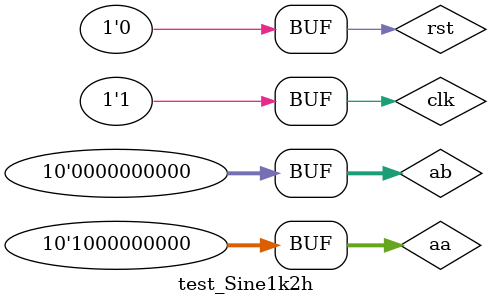
<source format=v>
`timescale 1ns / 1ps
module test_Sine1k2h;

	// Inputs
	reg [9:0] aa;
	reg [9:0] ab;
	reg clk;
	reg rst;

	// Outputs
	wire [17:0] da;
	wire [17:0] db;

	// Instantiate the Unit Under Test (UUT)
	Sine1k2h uut (
		.aa(aa), 
		.ab(ab), 
		.da(da), 
		.db(db), 
		.clk(clk), 
		.rst(rst)
	);

	initial begin
		// Initialize Inputs
		aa = 512;
		ab = 0;
		clk = 0;
		rst = 0;

		// Wait 100 ns for global reset to finish
		#100;
 		#5 clk = 0; rst = 1;
		#5 clk = 1;
		#5 clk = 0; rst = 0;
		#5 clk = 1;
       
		// Cycle through contents
		repeat (1024)
		begin
			#5 clk = 0; 
			#5 clk = 1;
			aa = aa + 1;
			ab = ab + 1;
		end
		repeat (4)
		begin
			#5 clk = 0; 
			#5 clk = 1;
		end
	end
      
endmodule


</source>
